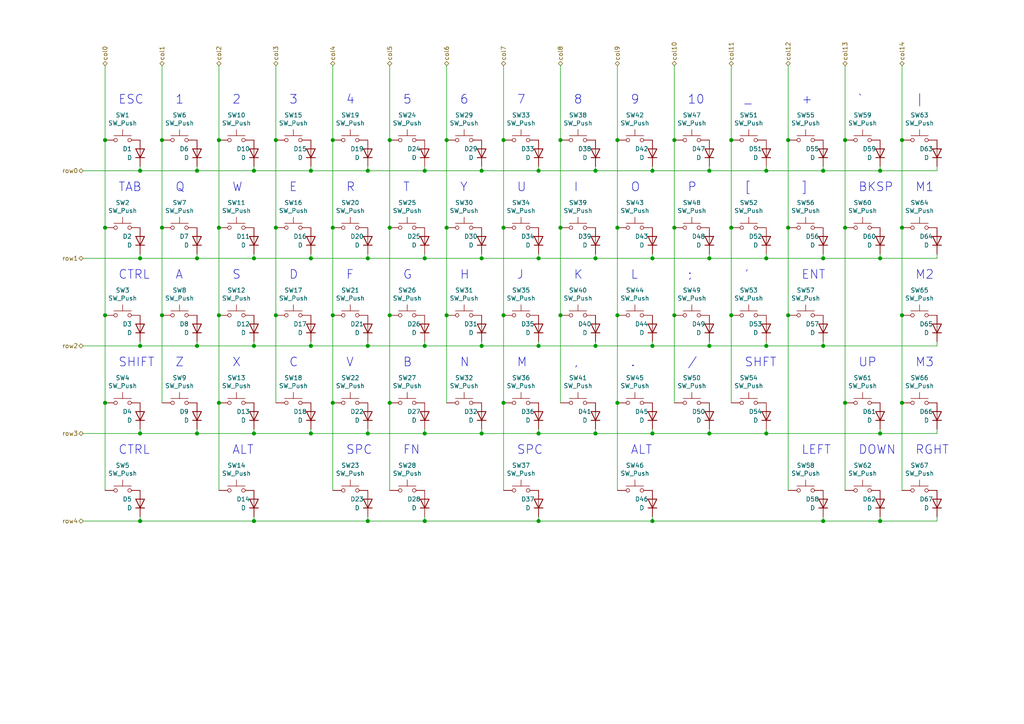
<source format=kicad_sch>
(kicad_sch (version 20201015) (generator eeschema)
  (paper "A4")
  (junction (at 30.48 40.64) (diameter 1.016))
  (junction (at 30.48 66.04) (diameter 1.016))
  (junction (at 30.48 91.44) (diameter 1.016))
  (junction (at 30.48 116.84) (diameter 1.016))
  (junction (at 40.64 49.53) (diameter 1.016))
  (junction (at 40.64 74.93) (diameter 1.016))
  (junction (at 40.64 100.33) (diameter 1.016))
  (junction (at 40.64 125.73) (diameter 1.016))
  (junction (at 40.64 151.13) (diameter 1.016))
  (junction (at 46.99 40.64) (diameter 1.016))
  (junction (at 46.99 66.04) (diameter 1.016))
  (junction (at 46.99 91.44) (diameter 1.016))
  (junction (at 57.15 49.53) (diameter 1.016))
  (junction (at 57.15 74.93) (diameter 1.016))
  (junction (at 57.15 100.33) (diameter 1.016))
  (junction (at 57.15 125.73) (diameter 1.016))
  (junction (at 63.5 40.64) (diameter 1.016))
  (junction (at 63.5 66.04) (diameter 1.016))
  (junction (at 63.5 91.44) (diameter 1.016))
  (junction (at 63.5 116.84) (diameter 1.016))
  (junction (at 73.66 49.53) (diameter 1.016))
  (junction (at 73.66 74.93) (diameter 1.016))
  (junction (at 73.66 100.33) (diameter 1.016))
  (junction (at 73.66 125.73) (diameter 1.016))
  (junction (at 73.66 151.13) (diameter 1.016))
  (junction (at 80.01 40.64) (diameter 1.016))
  (junction (at 80.01 66.04) (diameter 1.016))
  (junction (at 80.01 91.44) (diameter 1.016))
  (junction (at 90.17 49.53) (diameter 1.016))
  (junction (at 90.17 74.93) (diameter 1.016))
  (junction (at 90.17 100.33) (diameter 1.016))
  (junction (at 90.17 125.73) (diameter 1.016))
  (junction (at 96.52 40.64) (diameter 1.016))
  (junction (at 96.52 66.04) (diameter 1.016))
  (junction (at 96.52 91.44) (diameter 1.016))
  (junction (at 96.52 116.84) (diameter 1.016))
  (junction (at 106.68 49.53) (diameter 1.016))
  (junction (at 106.68 74.93) (diameter 1.016))
  (junction (at 106.68 100.33) (diameter 1.016))
  (junction (at 106.68 125.73) (diameter 1.016))
  (junction (at 106.68 151.13) (diameter 1.016))
  (junction (at 113.03 40.64) (diameter 1.016))
  (junction (at 113.03 66.04) (diameter 1.016))
  (junction (at 113.03 91.44) (diameter 1.016))
  (junction (at 113.03 116.84) (diameter 1.016))
  (junction (at 123.19 49.53) (diameter 1.016))
  (junction (at 123.19 74.93) (diameter 1.016))
  (junction (at 123.19 100.33) (diameter 1.016))
  (junction (at 123.19 125.73) (diameter 1.016))
  (junction (at 123.19 151.13) (diameter 1.016))
  (junction (at 129.54 40.64) (diameter 1.016))
  (junction (at 129.54 66.04) (diameter 1.016))
  (junction (at 129.54 91.44) (diameter 1.016))
  (junction (at 139.7 49.53) (diameter 1.016))
  (junction (at 139.7 74.93) (diameter 1.016))
  (junction (at 139.7 100.33) (diameter 1.016))
  (junction (at 139.7 125.73) (diameter 1.016))
  (junction (at 146.05 40.64) (diameter 1.016))
  (junction (at 146.05 66.04) (diameter 1.016))
  (junction (at 146.05 91.44) (diameter 1.016))
  (junction (at 146.05 116.84) (diameter 1.016))
  (junction (at 156.21 49.53) (diameter 1.016))
  (junction (at 156.21 74.93) (diameter 1.016))
  (junction (at 156.21 100.33) (diameter 1.016))
  (junction (at 156.21 125.73) (diameter 1.016))
  (junction (at 156.21 151.13) (diameter 1.016))
  (junction (at 162.56 40.64) (diameter 1.016))
  (junction (at 162.56 66.04) (diameter 1.016))
  (junction (at 162.56 91.44) (diameter 1.016))
  (junction (at 172.72 49.53) (diameter 1.016))
  (junction (at 172.72 74.93) (diameter 1.016))
  (junction (at 172.72 100.33) (diameter 1.016))
  (junction (at 172.72 125.73) (diameter 1.016))
  (junction (at 179.07 40.64) (diameter 1.016))
  (junction (at 179.07 66.04) (diameter 1.016))
  (junction (at 179.07 91.44) (diameter 1.016))
  (junction (at 179.07 116.84) (diameter 1.016))
  (junction (at 189.23 49.53) (diameter 1.016))
  (junction (at 189.23 74.93) (diameter 1.016))
  (junction (at 189.23 100.33) (diameter 1.016))
  (junction (at 189.23 125.73) (diameter 1.016))
  (junction (at 189.23 151.13) (diameter 1.016))
  (junction (at 195.58 40.64) (diameter 1.016))
  (junction (at 195.58 66.04) (diameter 1.016))
  (junction (at 195.58 91.44) (diameter 1.016))
  (junction (at 205.74 49.53) (diameter 1.016))
  (junction (at 205.74 74.93) (diameter 1.016))
  (junction (at 205.74 100.33) (diameter 1.016))
  (junction (at 205.74 125.73) (diameter 1.016))
  (junction (at 212.09 40.64) (diameter 1.016))
  (junction (at 212.09 66.04) (diameter 1.016))
  (junction (at 212.09 91.44) (diameter 1.016))
  (junction (at 222.25 49.53) (diameter 1.016))
  (junction (at 222.25 74.93) (diameter 1.016))
  (junction (at 222.25 100.33) (diameter 1.016))
  (junction (at 222.25 125.73) (diameter 1.016))
  (junction (at 228.6 40.64) (diameter 1.016))
  (junction (at 228.6 66.04) (diameter 1.016))
  (junction (at 228.6 91.44) (diameter 1.016))
  (junction (at 238.76 49.53) (diameter 1.016))
  (junction (at 238.76 74.93) (diameter 1.016))
  (junction (at 238.76 100.33) (diameter 1.016))
  (junction (at 238.76 151.13) (diameter 1.016))
  (junction (at 245.11 40.64) (diameter 1.016))
  (junction (at 245.11 66.04) (diameter 1.016))
  (junction (at 245.11 116.84) (diameter 1.016))
  (junction (at 255.27 49.53) (diameter 1.016))
  (junction (at 255.27 74.93) (diameter 1.016))
  (junction (at 255.27 125.73) (diameter 1.016))
  (junction (at 255.27 151.13) (diameter 1.016))
  (junction (at 261.62 40.64) (diameter 1.016))
  (junction (at 261.62 66.04) (diameter 1.016))
  (junction (at 261.62 91.44) (diameter 1.016))
  (junction (at 261.62 116.84) (diameter 1.016))
  (wire (pts (xy 24.13 49.53) (xy 40.64 49.53)))
  (wire (pts (xy 24.13 74.93) (xy 40.64 74.93)))
  (wire (pts (xy 24.13 100.33) (xy 40.64 100.33)))
  (wire (pts (xy 24.13 125.73) (xy 40.64 125.73)))
  (wire (pts (xy 24.13 151.13) (xy 40.64 151.13)))
  (wire (pts (xy 30.48 19.05) (xy 30.48 40.64)))
  (wire (pts (xy 30.48 40.64) (xy 30.48 66.04)))
  (wire (pts (xy 30.48 66.04) (xy 30.48 91.44)))
  (wire (pts (xy 30.48 91.44) (xy 30.48 116.84)))
  (wire (pts (xy 30.48 116.84) (xy 30.48 142.24)))
  (wire (pts (xy 40.64 48.26) (xy 40.64 49.53)))
  (wire (pts (xy 40.64 49.53) (xy 57.15 49.53)))
  (wire (pts (xy 40.64 73.66) (xy 40.64 74.93)))
  (wire (pts (xy 40.64 74.93) (xy 57.15 74.93)))
  (wire (pts (xy 40.64 99.06) (xy 40.64 100.33)))
  (wire (pts (xy 40.64 100.33) (xy 57.15 100.33)))
  (wire (pts (xy 40.64 124.46) (xy 40.64 125.73)))
  (wire (pts (xy 40.64 125.73) (xy 57.15 125.73)))
  (wire (pts (xy 40.64 149.86) (xy 40.64 151.13)))
  (wire (pts (xy 40.64 151.13) (xy 73.66 151.13)))
  (wire (pts (xy 46.99 19.05) (xy 46.99 40.64)))
  (wire (pts (xy 46.99 40.64) (xy 46.99 66.04)))
  (wire (pts (xy 46.99 66.04) (xy 46.99 91.44)))
  (wire (pts (xy 46.99 91.44) (xy 46.99 116.84)))
  (wire (pts (xy 57.15 48.26) (xy 57.15 49.53)))
  (wire (pts (xy 57.15 49.53) (xy 73.66 49.53)))
  (wire (pts (xy 57.15 73.66) (xy 57.15 74.93)))
  (wire (pts (xy 57.15 74.93) (xy 73.66 74.93)))
  (wire (pts (xy 57.15 99.06) (xy 57.15 100.33)))
  (wire (pts (xy 57.15 100.33) (xy 73.66 100.33)))
  (wire (pts (xy 57.15 124.46) (xy 57.15 125.73)))
  (wire (pts (xy 57.15 125.73) (xy 73.66 125.73)))
  (wire (pts (xy 63.5 19.05) (xy 63.5 40.64)))
  (wire (pts (xy 63.5 40.64) (xy 63.5 66.04)))
  (wire (pts (xy 63.5 66.04) (xy 63.5 91.44)))
  (wire (pts (xy 63.5 91.44) (xy 63.5 116.84)))
  (wire (pts (xy 63.5 116.84) (xy 63.5 142.24)))
  (wire (pts (xy 73.66 48.26) (xy 73.66 49.53)))
  (wire (pts (xy 73.66 49.53) (xy 90.17 49.53)))
  (wire (pts (xy 73.66 73.66) (xy 73.66 74.93)))
  (wire (pts (xy 73.66 74.93) (xy 90.17 74.93)))
  (wire (pts (xy 73.66 99.06) (xy 73.66 100.33)))
  (wire (pts (xy 73.66 100.33) (xy 90.17 100.33)))
  (wire (pts (xy 73.66 124.46) (xy 73.66 125.73)))
  (wire (pts (xy 73.66 125.73) (xy 90.17 125.73)))
  (wire (pts (xy 73.66 149.86) (xy 73.66 151.13)))
  (wire (pts (xy 73.66 151.13) (xy 106.68 151.13)))
  (wire (pts (xy 80.01 19.05) (xy 80.01 40.64)))
  (wire (pts (xy 80.01 40.64) (xy 80.01 66.04)))
  (wire (pts (xy 80.01 66.04) (xy 80.01 91.44)))
  (wire (pts (xy 80.01 91.44) (xy 80.01 116.84)))
  (wire (pts (xy 90.17 48.26) (xy 90.17 49.53)))
  (wire (pts (xy 90.17 49.53) (xy 106.68 49.53)))
  (wire (pts (xy 90.17 73.66) (xy 90.17 74.93)))
  (wire (pts (xy 90.17 74.93) (xy 106.68 74.93)))
  (wire (pts (xy 90.17 99.06) (xy 90.17 100.33)))
  (wire (pts (xy 90.17 100.33) (xy 106.68 100.33)))
  (wire (pts (xy 90.17 124.46) (xy 90.17 125.73)))
  (wire (pts (xy 90.17 125.73) (xy 106.68 125.73)))
  (wire (pts (xy 96.52 19.05) (xy 96.52 40.64)))
  (wire (pts (xy 96.52 40.64) (xy 96.52 66.04)))
  (wire (pts (xy 96.52 66.04) (xy 96.52 91.44)))
  (wire (pts (xy 96.52 91.44) (xy 96.52 116.84)))
  (wire (pts (xy 96.52 116.84) (xy 96.52 142.24)))
  (wire (pts (xy 106.68 48.26) (xy 106.68 49.53)))
  (wire (pts (xy 106.68 49.53) (xy 123.19 49.53)))
  (wire (pts (xy 106.68 73.66) (xy 106.68 74.93)))
  (wire (pts (xy 106.68 74.93) (xy 123.19 74.93)))
  (wire (pts (xy 106.68 99.06) (xy 106.68 100.33)))
  (wire (pts (xy 106.68 100.33) (xy 123.19 100.33)))
  (wire (pts (xy 106.68 124.46) (xy 106.68 125.73)))
  (wire (pts (xy 106.68 125.73) (xy 123.19 125.73)))
  (wire (pts (xy 106.68 149.86) (xy 106.68 151.13)))
  (wire (pts (xy 106.68 151.13) (xy 123.19 151.13)))
  (wire (pts (xy 113.03 19.05) (xy 113.03 40.64)))
  (wire (pts (xy 113.03 40.64) (xy 113.03 66.04)))
  (wire (pts (xy 113.03 66.04) (xy 113.03 91.44)))
  (wire (pts (xy 113.03 91.44) (xy 113.03 116.84)))
  (wire (pts (xy 113.03 116.84) (xy 113.03 142.24)))
  (wire (pts (xy 123.19 48.26) (xy 123.19 49.53)))
  (wire (pts (xy 123.19 49.53) (xy 139.7 49.53)))
  (wire (pts (xy 123.19 73.66) (xy 123.19 74.93)))
  (wire (pts (xy 123.19 74.93) (xy 139.7 74.93)))
  (wire (pts (xy 123.19 99.06) (xy 123.19 100.33)))
  (wire (pts (xy 123.19 100.33) (xy 139.7 100.33)))
  (wire (pts (xy 123.19 124.46) (xy 123.19 125.73)))
  (wire (pts (xy 123.19 125.73) (xy 139.7 125.73)))
  (wire (pts (xy 123.19 149.86) (xy 123.19 151.13)))
  (wire (pts (xy 123.19 151.13) (xy 156.21 151.13)))
  (wire (pts (xy 129.54 19.05) (xy 129.54 40.64)))
  (wire (pts (xy 129.54 40.64) (xy 129.54 66.04)))
  (wire (pts (xy 129.54 66.04) (xy 129.54 91.44)))
  (wire (pts (xy 129.54 91.44) (xy 129.54 116.84)))
  (wire (pts (xy 139.7 48.26) (xy 139.7 49.53)))
  (wire (pts (xy 139.7 49.53) (xy 156.21 49.53)))
  (wire (pts (xy 139.7 73.66) (xy 139.7 74.93)))
  (wire (pts (xy 139.7 74.93) (xy 156.21 74.93)))
  (wire (pts (xy 139.7 99.06) (xy 139.7 100.33)))
  (wire (pts (xy 139.7 100.33) (xy 156.21 100.33)))
  (wire (pts (xy 139.7 124.46) (xy 139.7 125.73)))
  (wire (pts (xy 139.7 125.73) (xy 156.21 125.73)))
  (wire (pts (xy 146.05 19.05) (xy 146.05 40.64)))
  (wire (pts (xy 146.05 40.64) (xy 146.05 66.04)))
  (wire (pts (xy 146.05 66.04) (xy 146.05 91.44)))
  (wire (pts (xy 146.05 91.44) (xy 146.05 116.84)))
  (wire (pts (xy 146.05 116.84) (xy 146.05 142.24)))
  (wire (pts (xy 156.21 48.26) (xy 156.21 49.53)))
  (wire (pts (xy 156.21 49.53) (xy 172.72 49.53)))
  (wire (pts (xy 156.21 73.66) (xy 156.21 74.93)))
  (wire (pts (xy 156.21 74.93) (xy 172.72 74.93)))
  (wire (pts (xy 156.21 99.06) (xy 156.21 100.33)))
  (wire (pts (xy 156.21 100.33) (xy 172.72 100.33)))
  (wire (pts (xy 156.21 124.46) (xy 156.21 125.73)))
  (wire (pts (xy 156.21 125.73) (xy 172.72 125.73)))
  (wire (pts (xy 156.21 149.86) (xy 156.21 151.13)))
  (wire (pts (xy 156.21 151.13) (xy 189.23 151.13)))
  (wire (pts (xy 162.56 19.05) (xy 162.56 40.64)))
  (wire (pts (xy 162.56 40.64) (xy 162.56 66.04)))
  (wire (pts (xy 162.56 66.04) (xy 162.56 91.44)))
  (wire (pts (xy 162.56 91.44) (xy 162.56 116.84)))
  (wire (pts (xy 172.72 48.26) (xy 172.72 49.53)))
  (wire (pts (xy 172.72 49.53) (xy 189.23 49.53)))
  (wire (pts (xy 172.72 73.66) (xy 172.72 74.93)))
  (wire (pts (xy 172.72 74.93) (xy 189.23 74.93)))
  (wire (pts (xy 172.72 99.06) (xy 172.72 100.33)))
  (wire (pts (xy 172.72 100.33) (xy 189.23 100.33)))
  (wire (pts (xy 172.72 124.46) (xy 172.72 125.73)))
  (wire (pts (xy 172.72 125.73) (xy 189.23 125.73)))
  (wire (pts (xy 179.07 19.05) (xy 179.07 40.64)))
  (wire (pts (xy 179.07 40.64) (xy 179.07 66.04)))
  (wire (pts (xy 179.07 66.04) (xy 179.07 91.44)))
  (wire (pts (xy 179.07 91.44) (xy 179.07 116.84)))
  (wire (pts (xy 179.07 116.84) (xy 179.07 142.24)))
  (wire (pts (xy 189.23 48.26) (xy 189.23 49.53)))
  (wire (pts (xy 189.23 49.53) (xy 205.74 49.53)))
  (wire (pts (xy 189.23 73.66) (xy 189.23 74.93)))
  (wire (pts (xy 189.23 74.93) (xy 205.74 74.93)))
  (wire (pts (xy 189.23 99.06) (xy 189.23 100.33)))
  (wire (pts (xy 189.23 100.33) (xy 205.74 100.33)))
  (wire (pts (xy 189.23 124.46) (xy 189.23 125.73)))
  (wire (pts (xy 189.23 125.73) (xy 205.74 125.73)))
  (wire (pts (xy 189.23 149.86) (xy 189.23 151.13)))
  (wire (pts (xy 189.23 151.13) (xy 238.76 151.13)))
  (wire (pts (xy 195.58 19.05) (xy 195.58 40.64)))
  (wire (pts (xy 195.58 40.64) (xy 195.58 66.04)))
  (wire (pts (xy 195.58 66.04) (xy 195.58 91.44)))
  (wire (pts (xy 195.58 91.44) (xy 195.58 116.84)))
  (wire (pts (xy 205.74 48.26) (xy 205.74 49.53)))
  (wire (pts (xy 205.74 49.53) (xy 222.25 49.53)))
  (wire (pts (xy 205.74 73.66) (xy 205.74 74.93)))
  (wire (pts (xy 205.74 74.93) (xy 222.25 74.93)))
  (wire (pts (xy 205.74 99.06) (xy 205.74 100.33)))
  (wire (pts (xy 205.74 100.33) (xy 222.25 100.33)))
  (wire (pts (xy 205.74 124.46) (xy 205.74 125.73)))
  (wire (pts (xy 205.74 125.73) (xy 222.25 125.73)))
  (wire (pts (xy 212.09 19.05) (xy 212.09 40.64)))
  (wire (pts (xy 212.09 40.64) (xy 212.09 66.04)))
  (wire (pts (xy 212.09 66.04) (xy 212.09 91.44)))
  (wire (pts (xy 212.09 91.44) (xy 212.09 116.84)))
  (wire (pts (xy 222.25 48.26) (xy 222.25 49.53)))
  (wire (pts (xy 222.25 49.53) (xy 238.76 49.53)))
  (wire (pts (xy 222.25 73.66) (xy 222.25 74.93)))
  (wire (pts (xy 222.25 74.93) (xy 238.76 74.93)))
  (wire (pts (xy 222.25 99.06) (xy 222.25 100.33)))
  (wire (pts (xy 222.25 100.33) (xy 238.76 100.33)))
  (wire (pts (xy 222.25 124.46) (xy 222.25 125.73)))
  (wire (pts (xy 222.25 125.73) (xy 255.27 125.73)))
  (wire (pts (xy 228.6 19.05) (xy 228.6 40.64)))
  (wire (pts (xy 228.6 40.64) (xy 228.6 66.04)))
  (wire (pts (xy 228.6 66.04) (xy 228.6 91.44)))
  (wire (pts (xy 228.6 91.44) (xy 228.6 142.24)))
  (wire (pts (xy 238.76 48.26) (xy 238.76 49.53)))
  (wire (pts (xy 238.76 49.53) (xy 255.27 49.53)))
  (wire (pts (xy 238.76 73.66) (xy 238.76 74.93)))
  (wire (pts (xy 238.76 74.93) (xy 255.27 74.93)))
  (wire (pts (xy 238.76 99.06) (xy 238.76 100.33)))
  (wire (pts (xy 238.76 100.33) (xy 271.78 100.33)))
  (wire (pts (xy 238.76 149.86) (xy 238.76 151.13)))
  (wire (pts (xy 238.76 151.13) (xy 255.27 151.13)))
  (wire (pts (xy 245.11 19.05) (xy 245.11 40.64)))
  (wire (pts (xy 245.11 40.64) (xy 245.11 66.04)))
  (wire (pts (xy 245.11 66.04) (xy 245.11 116.84)))
  (wire (pts (xy 245.11 116.84) (xy 245.11 142.24)))
  (wire (pts (xy 255.27 48.26) (xy 255.27 49.53)))
  (wire (pts (xy 255.27 49.53) (xy 271.78 49.53)))
  (wire (pts (xy 255.27 73.66) (xy 255.27 74.93)))
  (wire (pts (xy 255.27 74.93) (xy 271.78 74.93)))
  (wire (pts (xy 255.27 124.46) (xy 255.27 125.73)))
  (wire (pts (xy 255.27 125.73) (xy 271.78 125.73)))
  (wire (pts (xy 255.27 149.86) (xy 255.27 151.13)))
  (wire (pts (xy 255.27 151.13) (xy 271.78 151.13)))
  (wire (pts (xy 261.62 19.05) (xy 261.62 40.64)))
  (wire (pts (xy 261.62 40.64) (xy 261.62 66.04)))
  (wire (pts (xy 261.62 66.04) (xy 261.62 91.44)))
  (wire (pts (xy 261.62 91.44) (xy 261.62 116.84)))
  (wire (pts (xy 261.62 116.84) (xy 261.62 142.24)))
  (wire (pts (xy 271.78 48.26) (xy 271.78 49.53)))
  (wire (pts (xy 271.78 73.66) (xy 271.78 74.93)))
  (wire (pts (xy 271.78 99.06) (xy 271.78 100.33)))
  (wire (pts (xy 271.78 124.46) (xy 271.78 125.73)))
  (wire (pts (xy 271.78 149.86) (xy 271.78 151.13)))
  (text "ESC" (at 34.29 30.48 0) (effects (font (size 2.54 2.54)) (justify left bottom)))
  (text "TAB" (at 34.29 55.88 0) (effects (font (size 2.54 2.54)) (justify left bottom)))
  (text "CTRL" (at 34.29 81.28 0) (effects (font (size 2.54 2.54)) (justify left bottom)))
  (text "SHIFT" (at 34.29 106.68 0) (effects (font (size 2.54 2.54)) (justify left bottom)))
  (text "CTRL" (at 34.29 132.08 0) (effects (font (size 2.54 2.54)) (justify left bottom)))
  (text "1" (at 50.8 30.48 0) (effects (font (size 2.54 2.54)) (justify left bottom)))
  (text "Q" (at 50.8 55.88 0) (effects (font (size 2.54 2.54)) (justify left bottom)))
  (text "A" (at 50.8 81.28 0) (effects (font (size 2.54 2.54)) (justify left bottom)))
  (text "Z" (at 50.8 106.68 0) (effects (font (size 2.54 2.54)) (justify left bottom)))
  (text "2" (at 67.31 30.48 0) (effects (font (size 2.54 2.54)) (justify left bottom)))
  (text "W" (at 67.31 55.88 0) (effects (font (size 2.54 2.54)) (justify left bottom)))
  (text "S" (at 67.31 81.28 0) (effects (font (size 2.54 2.54)) (justify left bottom)))
  (text "X" (at 67.31 106.68 0) (effects (font (size 2.54 2.54)) (justify left bottom)))
  (text "ALT" (at 67.31 132.08 0) (effects (font (size 2.54 2.54)) (justify left bottom)))
  (text "3" (at 83.82 30.48 0) (effects (font (size 2.54 2.54)) (justify left bottom)))
  (text "E" (at 83.82 55.88 0) (effects (font (size 2.54 2.54)) (justify left bottom)))
  (text "D" (at 83.82 81.28 0) (effects (font (size 2.54 2.54)) (justify left bottom)))
  (text "C" (at 83.82 106.68 0) (effects (font (size 2.54 2.54)) (justify left bottom)))
  (text "4" (at 100.33 30.48 0) (effects (font (size 2.54 2.54)) (justify left bottom)))
  (text "R" (at 100.33 55.88 0) (effects (font (size 2.54 2.54)) (justify left bottom)))
  (text "F" (at 100.33 81.28 0) (effects (font (size 2.54 2.54)) (justify left bottom)))
  (text "V" (at 100.33 106.68 0) (effects (font (size 2.54 2.54)) (justify left bottom)))
  (text "SPC" (at 100.33 132.08 0) (effects (font (size 2.54 2.54)) (justify left bottom)))
  (text "5" (at 116.84 30.48 0) (effects (font (size 2.54 2.54)) (justify left bottom)))
  (text "T" (at 116.84 55.88 0) (effects (font (size 2.54 2.54)) (justify left bottom)))
  (text "G" (at 116.84 81.28 0) (effects (font (size 2.54 2.54)) (justify left bottom)))
  (text "B" (at 116.84 106.68 0) (effects (font (size 2.54 2.54)) (justify left bottom)))
  (text "FN" (at 116.84 132.08 0) (effects (font (size 2.54 2.54)) (justify left bottom)))
  (text "6" (at 133.35 30.48 0) (effects (font (size 2.54 2.54)) (justify left bottom)))
  (text "Y" (at 133.35 55.88 0) (effects (font (size 2.54 2.54)) (justify left bottom)))
  (text "H" (at 133.35 81.28 0) (effects (font (size 2.54 2.54)) (justify left bottom)))
  (text "N" (at 133.35 106.68 0) (effects (font (size 2.54 2.54)) (justify left bottom)))
  (text "7" (at 149.86 30.48 0) (effects (font (size 2.54 2.54)) (justify left bottom)))
  (text "U" (at 149.86 55.88 0) (effects (font (size 2.54 2.54)) (justify left bottom)))
  (text "J" (at 149.86 81.28 0) (effects (font (size 2.54 2.54)) (justify left bottom)))
  (text "M" (at 149.86 106.68 0) (effects (font (size 2.54 2.54)) (justify left bottom)))
  (text "SPC" (at 149.86 132.08 0) (effects (font (size 2.54 2.54)) (justify left bottom)))
  (text "8" (at 166.37 30.48 0) (effects (font (size 2.54 2.54)) (justify left bottom)))
  (text "I" (at 166.37 55.88 0) (effects (font (size 2.54 2.54)) (justify left bottom)))
  (text "K" (at 166.37 81.28 0) (effects (font (size 2.54 2.54)) (justify left bottom)))
  (text "," (at 166.37 106.68 0) (effects (font (size 2.54 2.54)) (justify left bottom)))
  (text "9" (at 182.88 30.48 0) (effects (font (size 2.54 2.54)) (justify left bottom)))
  (text "O" (at 182.88 55.88 0) (effects (font (size 2.54 2.54)) (justify left bottom)))
  (text "L" (at 182.88 81.28 0) (effects (font (size 2.54 2.54)) (justify left bottom)))
  (text ".\n" (at 182.88 106.68 0) (effects (font (size 2.54 2.54)) (justify left bottom)))
  (text "ALT" (at 182.88 132.08 0) (effects (font (size 2.54 2.54)) (justify left bottom)))
  (text "10" (at 199.39 30.48 0) (effects (font (size 2.54 2.54)) (justify left bottom)))
  (text "P" (at 199.39 55.88 0) (effects (font (size 2.54 2.54)) (justify left bottom)))
  (text ";" (at 199.39 81.28 0) (effects (font (size 2.54 2.54)) (justify left bottom)))
  (text "/" (at 199.39 106.68 0) (effects (font (size 2.54 2.54)) (justify left bottom)))
  (text "_" (at 215.9 30.48 0) (effects (font (size 2.54 2.54)) (justify left bottom)))
  (text "[" (at 215.9 55.88 0) (effects (font (size 2.54 2.54)) (justify left bottom)))
  (text "'" (at 215.9 81.28 0) (effects (font (size 2.54 2.54)) (justify left bottom)))
  (text "SHFT" (at 215.9 106.68 0) (effects (font (size 2.54 2.54)) (justify left bottom)))
  (text "+" (at 232.41 30.48 0) (effects (font (size 2.54 2.54)) (justify left bottom)))
  (text "]" (at 232.41 55.88 0) (effects (font (size 2.54 2.54)) (justify left bottom)))
  (text "ENT" (at 232.41 81.28 0) (effects (font (size 2.54 2.54)) (justify left bottom)))
  (text "LEFT" (at 232.41 132.08 0) (effects (font (size 2.54 2.54)) (justify left bottom)))
  (text "`" (at 248.92 30.48 0) (effects (font (size 2.54 2.54)) (justify left bottom)))
  (text "BKSP" (at 248.92 55.88 0) (effects (font (size 2.54 2.54)) (justify left bottom)))
  (text "UP" (at 248.92 106.68 0) (effects (font (size 2.54 2.54)) (justify left bottom)))
  (text "DOWN" (at 248.92 132.08 0) (effects (font (size 2.54 2.54)) (justify left bottom)))
  (text "|" (at 265.43 30.48 0) (effects (font (size 2.54 2.54)) (justify left bottom)))
  (text "M1" (at 265.43 55.88 0) (effects (font (size 2.54 2.54)) (justify left bottom)))
  (text "M2" (at 265.43 81.28 0) (effects (font (size 2.54 2.54)) (justify left bottom)))
  (text "M3" (at 265.43 106.68 0) (effects (font (size 2.54 2.54)) (justify left bottom)))
  (text "RGHT\n" (at 265.43 132.08 0) (effects (font (size 2.54 2.54)) (justify left bottom)))
  (hierarchical_label "row0" (shape tri_state) (at 24.13 49.53 180))
  (hierarchical_label "row1" (shape tri_state) (at 24.13 74.93 180))
  (hierarchical_label "row2" (shape tri_state) (at 24.13 100.33 180))
  (hierarchical_label "row3" (shape tri_state) (at 24.13 125.73 180))
  (hierarchical_label "row4" (shape tri_state) (at 24.13 151.13 180))
  (hierarchical_label "col0" (shape tri_state) (at 30.48 19.05 90))
  (hierarchical_label "col1" (shape tri_state) (at 46.99 19.05 90))
  (hierarchical_label "col2" (shape tri_state) (at 63.5 19.05 90))
  (hierarchical_label "col3" (shape tri_state) (at 80.01 19.05 90))
  (hierarchical_label "col4" (shape tri_state) (at 96.52 19.05 90))
  (hierarchical_label "col5" (shape tri_state) (at 113.03 19.05 90))
  (hierarchical_label "col6" (shape tri_state) (at 129.54 19.05 90))
  (hierarchical_label "col7" (shape tri_state) (at 146.05 19.05 90))
  (hierarchical_label "col8" (shape tri_state) (at 162.56 19.05 90))
  (hierarchical_label "col9" (shape tri_state) (at 179.07 19.05 90))
  (hierarchical_label "col10" (shape tri_state) (at 195.58 19.05 90))
  (hierarchical_label "col11" (shape tri_state) (at 212.09 19.05 90))
  (hierarchical_label "col12" (shape tri_state) (at 228.6 19.05 90))
  (hierarchical_label "col13" (shape tri_state) (at 245.11 19.05 90))
  (hierarchical_label "col14" (shape tri_state) (at 261.62 19.05 90))
  (symbol (lib_id "Device:D") (at 40.64 44.45 90) (unit 1)
    (property "Reference" "D1" (at 35.56 43.18 90) (effects (justify right)))
    (property "Value" "D" (at 36.83 45.72 90) (effects (justify right)))
    (property "Footprint" "Diodes_SMD:D_SOD-123" (effects hide))
  )
  (symbol (lib_id "Device:D") (at 40.64 69.85 90) (unit 1)
    (property "Reference" "D2" (at 35.56 68.58 90) (effects (justify right)))
    (property "Value" "D" (at 36.83 71.12 90) (effects (justify right)))
    (property "Footprint" "Diodes_SMD:D_SOD-123" (effects hide))
  )
  (symbol (lib_id "Device:D") (at 40.64 95.25 90) (unit 1)
    (property "Reference" "D3" (at 35.56 93.98 90) (effects (justify right)))
    (property "Value" "D" (at 36.83 96.52 90) (effects (justify right)))
    (property "Footprint" "Diodes_SMD:D_SOD-123" (effects hide))
  )
  (symbol (lib_id "Device:D") (at 40.64 120.65 90) (unit 1)
    (property "Reference" "D4" (at 35.56 119.38 90) (effects (justify right)))
    (property "Value" "D" (at 36.83 121.92 90) (effects (justify right)))
    (property "Footprint" "Diodes_SMD:D_SOD-123" (effects hide))
  )
  (symbol (lib_id "Device:D") (at 40.64 146.05 90) (unit 1)
    (property "Reference" "D5" (at 35.56 144.78 90) (effects (justify right)))
    (property "Value" "D" (at 36.83 147.32 90) (effects (justify right)))
    (property "Footprint" "Diodes_SMD:D_SOD-123" (effects hide))
  )
  (symbol (lib_id "Device:D") (at 57.15 44.45 90) (unit 1)
    (property "Reference" "D6" (at 52.07 43.18 90) (effects (justify right)))
    (property "Value" "D" (at 53.34 45.72 90) (effects (justify right)))
    (property "Footprint" "Diodes_SMD:D_SOD-123" (effects hide))
  )
  (symbol (lib_id "Device:D") (at 57.15 69.85 90) (unit 1)
    (property "Reference" "D7" (at 52.07 68.58 90) (effects (justify right)))
    (property "Value" "D" (at 53.34 71.12 90) (effects (justify right)))
    (property "Footprint" "Diodes_SMD:D_SOD-123" (effects hide))
  )
  (symbol (lib_id "Device:D") (at 57.15 95.25 90) (unit 1)
    (property "Reference" "D8" (at 52.07 93.98 90) (effects (justify right)))
    (property "Value" "D" (at 53.34 96.52 90) (effects (justify right)))
    (property "Footprint" "Diodes_SMD:D_SOD-123" (effects hide))
  )
  (symbol (lib_id "Device:D") (at 57.15 120.65 90) (unit 1)
    (property "Reference" "D9" (at 52.07 119.38 90) (effects (justify right)))
    (property "Value" "D" (at 53.34 121.92 90) (effects (justify right)))
    (property "Footprint" "Diodes_SMD:D_SOD-123" (effects hide))
  )
  (symbol (lib_id "Device:D") (at 73.66 44.45 90) (unit 1)
    (property "Reference" "D10" (at 68.58 43.18 90) (effects (justify right)))
    (property "Value" "D" (at 69.85 45.72 90) (effects (justify right)))
    (property "Footprint" "Diodes_SMD:D_SOD-123" (effects hide))
  )
  (symbol (lib_id "Device:D") (at 73.66 69.85 90) (unit 1)
    (property "Reference" "D11" (at 68.58 68.58 90) (effects (justify right)))
    (property "Value" "D" (at 69.85 71.12 90) (effects (justify right)))
    (property "Footprint" "Diodes_SMD:D_SOD-123" (effects hide))
  )
  (symbol (lib_id "Device:D") (at 73.66 95.25 90) (unit 1)
    (property "Reference" "D12" (at 68.58 93.98 90) (effects (justify right)))
    (property "Value" "D" (at 69.85 96.52 90) (effects (justify right)))
    (property "Footprint" "Diodes_SMD:D_SOD-123" (effects hide))
  )
  (symbol (lib_id "Device:D") (at 73.66 120.65 90) (unit 1)
    (property "Reference" "D13" (at 68.58 119.38 90) (effects (justify right)))
    (property "Value" "D" (at 69.85 121.92 90) (effects (justify right)))
    (property "Footprint" "Diodes_SMD:D_SOD-123" (effects hide))
  )
  (symbol (lib_id "Device:D") (at 73.66 146.05 90) (unit 1)
    (property "Reference" "D14" (at 68.58 144.78 90) (effects (justify right)))
    (property "Value" "D" (at 69.85 147.32 90) (effects (justify right)))
    (property "Footprint" "Diodes_SMD:D_SOD-123" (effects hide))
  )
  (symbol (lib_id "Device:D") (at 90.17 44.45 90) (unit 1)
    (property "Reference" "D15" (at 85.09 43.18 90) (effects (justify right)))
    (property "Value" "D" (at 86.36 45.72 90) (effects (justify right)))
    (property "Footprint" "Diodes_SMD:D_SOD-123" (effects hide))
  )
  (symbol (lib_id "Device:D") (at 90.17 69.85 90) (unit 1)
    (property "Reference" "D16" (at 85.09 68.58 90) (effects (justify right)))
    (property "Value" "D" (at 86.36 71.12 90) (effects (justify right)))
    (property "Footprint" "Diodes_SMD:D_SOD-123" (effects hide))
  )
  (symbol (lib_id "Device:D") (at 90.17 95.25 90) (unit 1)
    (property "Reference" "D17" (at 85.09 93.98 90) (effects (justify right)))
    (property "Value" "D" (at 86.36 96.52 90) (effects (justify right)))
    (property "Footprint" "Diodes_SMD:D_SOD-123" (effects hide))
  )
  (symbol (lib_id "Device:D") (at 90.17 120.65 90) (unit 1)
    (property "Reference" "D18" (at 85.09 119.38 90) (effects (justify right)))
    (property "Value" "D" (at 86.36 121.92 90) (effects (justify right)))
    (property "Footprint" "Diodes_SMD:D_SOD-123" (effects hide))
  )
  (symbol (lib_id "Device:D") (at 106.68 44.45 90) (unit 1)
    (property "Reference" "D19" (at 101.6 43.18 90) (effects (justify right)))
    (property "Value" "D" (at 102.87 45.72 90) (effects (justify right)))
    (property "Footprint" "Diodes_SMD:D_SOD-123" (effects hide))
  )
  (symbol (lib_id "Device:D") (at 106.68 69.85 90) (unit 1)
    (property "Reference" "D20" (at 101.6 68.58 90) (effects (justify right)))
    (property "Value" "D" (at 102.87 71.12 90) (effects (justify right)))
    (property "Footprint" "Diodes_SMD:D_SOD-123" (effects hide))
  )
  (symbol (lib_id "Device:D") (at 106.68 95.25 90) (unit 1)
    (property "Reference" "D21" (at 101.6 93.98 90) (effects (justify right)))
    (property "Value" "D" (at 102.87 96.52 90) (effects (justify right)))
    (property "Footprint" "Diodes_SMD:D_SOD-123" (effects hide))
  )
  (symbol (lib_id "Device:D") (at 106.68 120.65 90) (unit 1)
    (property "Reference" "D22" (at 101.6 119.38 90) (effects (justify right)))
    (property "Value" "D" (at 102.87 121.92 90) (effects (justify right)))
    (property "Footprint" "Diodes_SMD:D_SOD-123" (effects hide))
  )
  (symbol (lib_id "Device:D") (at 106.68 146.05 90) (unit 1)
    (property "Reference" "D23" (at 101.6 144.78 90) (effects (justify right)))
    (property "Value" "D" (at 102.87 147.32 90) (effects (justify right)))
    (property "Footprint" "Diodes_SMD:D_SOD-123" (effects hide))
  )
  (symbol (lib_id "Device:D") (at 123.19 44.45 90) (unit 1)
    (property "Reference" "D24" (at 118.11 43.18 90) (effects (justify right)))
    (property "Value" "D" (at 119.38 45.72 90) (effects (justify right)))
    (property "Footprint" "Diodes_SMD:D_SOD-123" (effects hide))
  )
  (symbol (lib_id "Device:D") (at 123.19 69.85 90) (unit 1)
    (property "Reference" "D25" (at 118.11 68.58 90) (effects (justify right)))
    (property "Value" "D" (at 119.38 71.12 90) (effects (justify right)))
    (property "Footprint" "Diodes_SMD:D_SOD-123" (effects hide))
  )
  (symbol (lib_id "Device:D") (at 123.19 95.25 90) (unit 1)
    (property "Reference" "D26" (at 118.11 93.98 90) (effects (justify right)))
    (property "Value" "D" (at 119.38 96.52 90) (effects (justify right)))
    (property "Footprint" "Diodes_SMD:D_SOD-123" (effects hide))
  )
  (symbol (lib_id "Device:D") (at 123.19 120.65 90) (unit 1)
    (property "Reference" "D27" (at 118.11 119.38 90) (effects (justify right)))
    (property "Value" "D" (at 119.38 121.92 90) (effects (justify right)))
    (property "Footprint" "Diodes_SMD:D_SOD-123" (effects hide))
  )
  (symbol (lib_id "Device:D") (at 123.19 146.05 90) (unit 1)
    (property "Reference" "D28" (at 118.11 144.78 90) (effects (justify right)))
    (property "Value" "D" (at 119.38 147.32 90) (effects (justify right)))
    (property "Footprint" "Diodes_SMD:D_SOD-123" (effects hide))
  )
  (symbol (lib_id "Device:D") (at 139.7 44.45 90) (unit 1)
    (property "Reference" "D29" (at 134.62 43.18 90) (effects (justify right)))
    (property "Value" "D" (at 135.89 45.72 90) (effects (justify right)))
    (property "Footprint" "Diodes_SMD:D_SOD-123" (effects hide))
  )
  (symbol (lib_id "Device:D") (at 139.7 69.85 90) (unit 1)
    (property "Reference" "D30" (at 134.62 68.58 90) (effects (justify right)))
    (property "Value" "D" (at 135.89 71.12 90) (effects (justify right)))
    (property "Footprint" "Diodes_SMD:D_SOD-123" (effects hide))
  )
  (symbol (lib_id "Device:D") (at 139.7 95.25 90) (unit 1)
    (property "Reference" "D31" (at 134.62 93.98 90) (effects (justify right)))
    (property "Value" "D" (at 135.89 96.52 90) (effects (justify right)))
    (property "Footprint" "Diodes_SMD:D_SOD-123" (effects hide))
  )
  (symbol (lib_id "Device:D") (at 139.7 120.65 90) (unit 1)
    (property "Reference" "D32" (at 134.62 119.38 90) (effects (justify right)))
    (property "Value" "D" (at 135.89 121.92 90) (effects (justify right)))
    (property "Footprint" "Diodes_SMD:D_SOD-123" (effects hide))
  )
  (symbol (lib_id "Device:D") (at 156.21 44.45 90) (unit 1)
    (property "Reference" "D33" (at 151.13 43.18 90) (effects (justify right)))
    (property "Value" "D" (at 152.4 45.72 90) (effects (justify right)))
    (property "Footprint" "Diodes_SMD:D_SOD-123" (effects hide))
  )
  (symbol (lib_id "Device:D") (at 156.21 69.85 90) (unit 1)
    (property "Reference" "D34" (at 151.13 68.58 90) (effects (justify right)))
    (property "Value" "D" (at 152.4 71.12 90) (effects (justify right)))
    (property "Footprint" "Diodes_SMD:D_SOD-123" (effects hide))
  )
  (symbol (lib_id "Device:D") (at 156.21 95.25 90) (unit 1)
    (property "Reference" "D35" (at 151.13 93.98 90) (effects (justify right)))
    (property "Value" "D" (at 152.4 96.52 90) (effects (justify right)))
    (property "Footprint" "Diodes_SMD:D_SOD-123" (effects hide))
  )
  (symbol (lib_id "Device:D") (at 156.21 120.65 90) (unit 1)
    (property "Reference" "D36" (at 151.13 119.38 90) (effects (justify right)))
    (property "Value" "D" (at 152.4 121.92 90) (effects (justify right)))
    (property "Footprint" "Diodes_SMD:D_SOD-123" (effects hide))
  )
  (symbol (lib_id "Device:D") (at 156.21 146.05 90) (unit 1)
    (property "Reference" "D37" (at 151.13 144.78 90) (effects (justify right)))
    (property "Value" "D" (at 152.4 147.32 90) (effects (justify right)))
    (property "Footprint" "Diodes_SMD:D_SOD-123" (effects hide))
  )
  (symbol (lib_id "Device:D") (at 172.72 44.45 90) (unit 1)
    (property "Reference" "D38" (at 167.64 43.18 90) (effects (justify right)))
    (property "Value" "D" (at 168.91 45.72 90) (effects (justify right)))
    (property "Footprint" "Diodes_SMD:D_SOD-123" (effects hide))
  )
  (symbol (lib_id "Device:D") (at 172.72 69.85 90) (unit 1)
    (property "Reference" "D39" (at 167.64 68.58 90) (effects (justify right)))
    (property "Value" "D" (at 168.91 71.12 90) (effects (justify right)))
    (property "Footprint" "Diodes_SMD:D_SOD-123" (effects hide))
  )
  (symbol (lib_id "Device:D") (at 172.72 95.25 90) (unit 1)
    (property "Reference" "D40" (at 167.64 93.98 90) (effects (justify right)))
    (property "Value" "D" (at 168.91 96.52 90) (effects (justify right)))
    (property "Footprint" "Diodes_SMD:D_SOD-123" (effects hide))
  )
  (symbol (lib_id "Device:D") (at 172.72 120.65 90) (unit 1)
    (property "Reference" "D41" (at 167.64 119.38 90) (effects (justify right)))
    (property "Value" "D" (at 168.91 121.92 90) (effects (justify right)))
    (property "Footprint" "Diodes_SMD:D_SOD-123" (effects hide))
  )
  (symbol (lib_id "Device:D") (at 189.23 44.45 90) (unit 1)
    (property "Reference" "D42" (at 184.15 43.18 90) (effects (justify right)))
    (property "Value" "D" (at 185.42 45.72 90) (effects (justify right)))
    (property "Footprint" "Diodes_SMD:D_SOD-123" (effects hide))
  )
  (symbol (lib_id "Device:D") (at 189.23 69.85 90) (unit 1)
    (property "Reference" "D43" (at 184.15 68.58 90) (effects (justify right)))
    (property "Value" "D" (at 185.42 71.12 90) (effects (justify right)))
    (property "Footprint" "Diodes_SMD:D_SOD-123" (effects hide))
  )
  (symbol (lib_id "Device:D") (at 189.23 95.25 90) (unit 1)
    (property "Reference" "D44" (at 184.15 93.98 90) (effects (justify right)))
    (property "Value" "D" (at 185.42 96.52 90) (effects (justify right)))
    (property "Footprint" "Diodes_SMD:D_SOD-123" (effects hide))
  )
  (symbol (lib_id "Device:D") (at 189.23 120.65 90) (unit 1)
    (property "Reference" "D45" (at 184.15 119.38 90) (effects (justify right)))
    (property "Value" "D" (at 185.42 121.92 90) (effects (justify right)))
    (property "Footprint" "Diodes_SMD:D_SOD-123" (effects hide))
  )
  (symbol (lib_id "Device:D") (at 189.23 146.05 90) (unit 1)
    (property "Reference" "D46" (at 184.15 144.78 90) (effects (justify right)))
    (property "Value" "D" (at 185.42 147.32 90) (effects (justify right)))
    (property "Footprint" "Diodes_SMD:D_SOD-123" (effects hide))
  )
  (symbol (lib_id "Device:D") (at 205.74 44.45 90) (unit 1)
    (property "Reference" "D47" (at 200.66 43.18 90) (effects (justify right)))
    (property "Value" "D" (at 201.93 45.72 90) (effects (justify right)))
    (property "Footprint" "Diodes_SMD:D_SOD-123" (effects hide))
  )
  (symbol (lib_id "Device:D") (at 205.74 69.85 90) (unit 1)
    (property "Reference" "D48" (at 200.66 68.58 90) (effects (justify right)))
    (property "Value" "D" (at 201.93 71.12 90) (effects (justify right)))
    (property "Footprint" "Diodes_SMD:D_SOD-123" (effects hide))
  )
  (symbol (lib_id "Device:D") (at 205.74 95.25 90) (unit 1)
    (property "Reference" "D49" (at 200.66 93.98 90) (effects (justify right)))
    (property "Value" "D" (at 201.93 96.52 90) (effects (justify right)))
    (property "Footprint" "Diodes_SMD:D_SOD-123" (effects hide))
  )
  (symbol (lib_id "Device:D") (at 205.74 120.65 90) (unit 1)
    (property "Reference" "D50" (at 200.66 119.38 90) (effects (justify right)))
    (property "Value" "D" (at 201.93 121.92 90) (effects (justify right)))
    (property "Footprint" "Diodes_SMD:D_SOD-123" (effects hide))
  )
  (symbol (lib_id "Device:D") (at 222.25 44.45 90) (unit 1)
    (property "Reference" "D51" (at 217.17 43.18 90) (effects (justify right)))
    (property "Value" "D" (at 218.44 45.72 90) (effects (justify right)))
    (property "Footprint" "Diodes_SMD:D_SOD-123" (effects hide))
  )
  (symbol (lib_id "Device:D") (at 222.25 69.85 90) (unit 1)
    (property "Reference" "D52" (at 217.17 68.58 90) (effects (justify right)))
    (property "Value" "D" (at 218.44 71.12 90) (effects (justify right)))
    (property "Footprint" "Diodes_SMD:D_SOD-123" (effects hide))
  )
  (symbol (lib_id "Device:D") (at 222.25 95.25 90) (unit 1)
    (property "Reference" "D53" (at 217.17 93.98 90) (effects (justify right)))
    (property "Value" "D" (at 218.44 96.52 90) (effects (justify right)))
    (property "Footprint" "Diodes_SMD:D_SOD-123" (effects hide))
  )
  (symbol (lib_id "Device:D") (at 222.25 120.65 90) (unit 1)
    (property "Reference" "D54" (at 217.17 119.38 90) (effects (justify right)))
    (property "Value" "D" (at 218.44 121.92 90) (effects (justify right)))
    (property "Footprint" "Diodes_SMD:D_SOD-123" (effects hide))
  )
  (symbol (lib_id "Device:D") (at 238.76 44.45 90) (unit 1)
    (property "Reference" "D55" (at 233.68 43.18 90) (effects (justify right)))
    (property "Value" "D" (at 234.95 45.72 90) (effects (justify right)))
    (property "Footprint" "Diodes_SMD:D_SOD-123" (effects hide))
  )
  (symbol (lib_id "Device:D") (at 238.76 69.85 90) (unit 1)
    (property "Reference" "D56" (at 233.68 68.58 90) (effects (justify right)))
    (property "Value" "D" (at 234.95 71.12 90) (effects (justify right)))
    (property "Footprint" "Diodes_SMD:D_SOD-123" (effects hide))
  )
  (symbol (lib_id "Device:D") (at 238.76 95.25 90) (unit 1)
    (property "Reference" "D57" (at 233.68 93.98 90) (effects (justify right)))
    (property "Value" "D" (at 234.95 96.52 90) (effects (justify right)))
    (property "Footprint" "Diodes_SMD:D_SOD-123" (effects hide))
  )
  (symbol (lib_id "Device:D") (at 238.76 146.05 90) (unit 1)
    (property "Reference" "D58" (at 233.68 144.78 90) (effects (justify right)))
    (property "Value" "D" (at 234.95 147.32 90) (effects (justify right)))
    (property "Footprint" "Diodes_SMD:D_SOD-123" (effects hide))
  )
  (symbol (lib_id "Device:D") (at 255.27 44.45 90) (unit 1)
    (property "Reference" "D59" (at 250.19 43.18 90) (effects (justify right)))
    (property "Value" "D" (at 251.46 45.72 90) (effects (justify right)))
    (property "Footprint" "Diodes_SMD:D_SOD-123" (effects hide))
  )
  (symbol (lib_id "Device:D") (at 255.27 69.85 90) (unit 1)
    (property "Reference" "D60" (at 250.19 68.58 90) (effects (justify right)))
    (property "Value" "D" (at 251.46 71.12 90) (effects (justify right)))
    (property "Footprint" "Diodes_SMD:D_SOD-123" (effects hide))
  )
  (symbol (lib_id "Device:D") (at 255.27 120.65 90) (unit 1)
    (property "Reference" "D61" (at 250.19 119.38 90) (effects (justify right)))
    (property "Value" "D" (at 251.46 121.92 90) (effects (justify right)))
    (property "Footprint" "Diodes_SMD:D_SOD-123" (effects hide))
  )
  (symbol (lib_id "Device:D") (at 255.27 146.05 90) (unit 1)
    (property "Reference" "D62" (at 250.19 144.78 90) (effects (justify right)))
    (property "Value" "D" (at 251.46 147.32 90) (effects (justify right)))
    (property "Footprint" "Diodes_SMD:D_SOD-123" (effects hide))
  )
  (symbol (lib_id "Device:D") (at 271.78 44.45 90) (unit 1)
    (property "Reference" "D63" (at 266.7 43.18 90) (effects (justify right)))
    (property "Value" "D" (at 267.97 45.72 90) (effects (justify right)))
    (property "Footprint" "Diodes_SMD:D_SOD-123" (effects hide))
  )
  (symbol (lib_id "Device:D") (at 271.78 69.85 90) (unit 1)
    (property "Reference" "D64" (at 266.7 68.58 90) (effects (justify right)))
    (property "Value" "D" (at 267.97 71.12 90) (effects (justify right)))
    (property "Footprint" "Diodes_SMD:D_SOD-123" (effects hide))
  )
  (symbol (lib_id "Device:D") (at 271.78 95.25 90) (unit 1)
    (property "Reference" "D65" (at 266.7 93.98 90) (effects (justify right)))
    (property "Value" "D" (at 267.97 96.52 90) (effects (justify right)))
    (property "Footprint" "Diodes_SMD:D_SOD-123" (effects hide))
  )
  (symbol (lib_id "Device:D") (at 271.78 120.65 90) (unit 1)
    (property "Reference" "D66" (at 266.7 119.38 90) (effects (justify right)))
    (property "Value" "D" (at 267.97 121.92 90) (effects (justify right)))
    (property "Footprint" "Diodes_SMD:D_SOD-123" (effects hide))
  )
  (symbol (lib_id "Device:D") (at 271.78 146.05 90) (unit 1)
    (property "Reference" "D67" (at 266.7 144.78 90) (effects (justify right)))
    (property "Value" "D" (at 267.97 147.32 90) (effects (justify right)))
    (property "Footprint" "Diodes_SMD:D_SOD-123" (effects hide))
  )
  (symbol (lib_id "Switch:SW_Push") (at 35.56 40.64 0) (unit 1)
    (property "Reference" "SW1" (at 35.56 33.401 0))
    (property "Value" "SW_Push" (at 35.56 35.7124 0))
    (property "Footprint" "MX_Switch:SW_Cherry_MX_1.00u_PCB" (effects hide))
  )
  (symbol (lib_id "Switch:SW_Push") (at 35.56 66.04 0) (unit 1)
    (property "Reference" "SW2" (at 35.56 58.801 0))
    (property "Value" "SW_Push" (at 35.56 61.1124 0))
    (property "Footprint" "MX_Switch:SW_Cherry_MX_1.50u_PCB" (effects hide))
  )
  (symbol (lib_id "Switch:SW_Push") (at 35.56 91.44 0) (unit 1)
    (property "Reference" "SW3" (at 35.56 84.201 0))
    (property "Value" "SW_Push" (at 35.56 86.5124 0))
    (property "Footprint" "MX_Switch:SW_Cherry_MX_1.75u_PCB" (effects hide))
  )
  (symbol (lib_id "Switch:SW_Push") (at 35.56 116.84 0) (unit 1)
    (property "Reference" "SW4" (at 35.56 109.601 0))
    (property "Value" "SW_Push" (at 35.56 111.9124 0))
    (property "Footprint" "MX_Switch:SW_Cherry_MX_2.25u_PCB" (effects hide))
  )
  (symbol (lib_id "Switch:SW_Push") (at 35.56 142.24 0) (unit 1)
    (property "Reference" "SW5" (at 35.56 135.001 0))
    (property "Value" "SW_Push" (at 35.56 137.3124 0))
    (property "Footprint" "MX_Switch:SW_Cherry_MX_1.50u_PCB" (effects hide))
  )
  (symbol (lib_id "Switch:SW_Push") (at 52.07 40.64 0) (unit 1)
    (property "Reference" "SW6" (at 52.07 33.401 0))
    (property "Value" "SW_Push" (at 52.07 35.7124 0))
    (property "Footprint" "MX_Switch:SW_Cherry_MX_1.00u_PCB" (effects hide))
  )
  (symbol (lib_id "Switch:SW_Push") (at 52.07 66.04 0) (unit 1)
    (property "Reference" "SW7" (at 52.07 58.801 0))
    (property "Value" "SW_Push" (at 52.07 61.1124 0))
    (property "Footprint" "MX_Switch:SW_Cherry_MX_1.00u_PCB" (effects hide))
  )
  (symbol (lib_id "Switch:SW_Push") (at 52.07 91.44 0) (unit 1)
    (property "Reference" "SW8" (at 52.07 84.201 0))
    (property "Value" "SW_Push" (at 52.07 86.5124 0))
    (property "Footprint" "MX_Switch:SW_Cherry_MX_1.00u_PCB" (effects hide))
  )
  (symbol (lib_id "Switch:SW_Push") (at 52.07 116.84 0) (unit 1)
    (property "Reference" "SW9" (at 52.07 109.601 0))
    (property "Value" "SW_Push" (at 52.07 111.9124 0))
    (property "Footprint" "MX_Switch:SW_Cherry_MX_1.00u_PCB" (effects hide))
  )
  (symbol (lib_id "Switch:SW_Push") (at 68.58 40.64 0) (unit 1)
    (property "Reference" "SW10" (at 68.58 33.401 0))
    (property "Value" "SW_Push" (at 68.58 35.7124 0))
    (property "Footprint" "MX_Switch:SW_Cherry_MX_1.00u_PCB" (effects hide))
  )
  (symbol (lib_id "Switch:SW_Push") (at 68.58 66.04 0) (unit 1)
    (property "Reference" "SW11" (at 68.58 58.801 0))
    (property "Value" "SW_Push" (at 68.58 61.1124 0))
    (property "Footprint" "MX_Switch:SW_Cherry_MX_1.00u_PCB" (effects hide))
  )
  (symbol (lib_id "Switch:SW_Push") (at 68.58 91.44 0) (unit 1)
    (property "Reference" "SW12" (at 68.58 84.201 0))
    (property "Value" "SW_Push" (at 68.58 86.5124 0))
    (property "Footprint" "MX_Switch:SW_Cherry_MX_1.00u_PCB" (effects hide))
  )
  (symbol (lib_id "Switch:SW_Push") (at 68.58 116.84 0) (unit 1)
    (property "Reference" "SW13" (at 68.58 109.601 0))
    (property "Value" "SW_Push" (at 68.58 111.9124 0))
    (property "Footprint" "MX_Switch:SW_Cherry_MX_1.00u_PCB" (effects hide))
  )
  (symbol (lib_id "Switch:SW_Push") (at 68.58 142.24 0) (unit 1)
    (property "Reference" "SW14" (at 68.58 135.001 0))
    (property "Value" "SW_Push" (at 68.58 137.3124 0))
    (property "Footprint" "MX_Switch:SW_Cherry_MX_1.50u_PCB" (effects hide))
  )
  (symbol (lib_id "Switch:SW_Push") (at 85.09 40.64 0) (unit 1)
    (property "Reference" "SW15" (at 85.09 33.401 0))
    (property "Value" "SW_Push" (at 85.09 35.7124 0))
    (property "Footprint" "MX_Switch:SW_Cherry_MX_1.00u_PCB" (effects hide))
  )
  (symbol (lib_id "Switch:SW_Push") (at 85.09 66.04 0) (unit 1)
    (property "Reference" "SW16" (at 85.09 58.801 0))
    (property "Value" "SW_Push" (at 85.09 61.1124 0))
    (property "Footprint" "MX_Switch:SW_Cherry_MX_1.00u_PCB" (effects hide))
  )
  (symbol (lib_id "Switch:SW_Push") (at 85.09 91.44 0) (unit 1)
    (property "Reference" "SW17" (at 85.09 84.201 0))
    (property "Value" "SW_Push" (at 85.09 86.5124 0))
    (property "Footprint" "MX_Switch:SW_Cherry_MX_1.00u_PCB" (effects hide))
  )
  (symbol (lib_id "Switch:SW_Push") (at 85.09 116.84 0) (unit 1)
    (property "Reference" "SW18" (at 85.09 109.601 0))
    (property "Value" "SW_Push" (at 85.09 111.9124 0))
    (property "Footprint" "MX_Switch:SW_Cherry_MX_1.00u_PCB" (effects hide))
  )
  (symbol (lib_id "Switch:SW_Push") (at 101.6 40.64 0) (unit 1)
    (property "Reference" "SW19" (at 101.6 33.401 0))
    (property "Value" "SW_Push" (at 101.6 35.7124 0))
    (property "Footprint" "MX_Switch:SW_Cherry_MX_1.00u_PCB" (effects hide))
  )
  (symbol (lib_id "Switch:SW_Push") (at 101.6 66.04 0) (unit 1)
    (property "Reference" "SW20" (at 101.6 58.801 0))
    (property "Value" "SW_Push" (at 101.6 61.1124 0))
    (property "Footprint" "MX_Switch:SW_Cherry_MX_1.00u_PCB" (effects hide))
  )
  (symbol (lib_id "Switch:SW_Push") (at 101.6 91.44 0) (unit 1)
    (property "Reference" "SW21" (at 101.6 84.201 0))
    (property "Value" "SW_Push" (at 101.6 86.5124 0))
    (property "Footprint" "MX_Switch:SW_Cherry_MX_1.00u_PCB" (effects hide))
  )
  (symbol (lib_id "Switch:SW_Push") (at 101.6 116.84 0) (unit 1)
    (property "Reference" "SW22" (at 101.6 109.601 0))
    (property "Value" "SW_Push" (at 101.6 111.9124 0))
    (property "Footprint" "MX_Switch:SW_Cherry_MX_1.00u_PCB" (effects hide))
  )
  (symbol (lib_id "Switch:SW_Push") (at 101.6 142.24 0) (unit 1)
    (property "Reference" "SW23" (at 101.6 135.001 0))
    (property "Value" "SW_Push" (at 101.6 137.3124 0))
    (property "Footprint" "MX_Switch:SW_Cherry_MX_2.00u_PCB_ReversedStabilizers" (effects hide))
  )
  (symbol (lib_id "Switch:SW_Push") (at 118.11 40.64 0) (unit 1)
    (property "Reference" "SW24" (at 118.11 33.401 0))
    (property "Value" "SW_Push" (at 118.11 35.7124 0))
    (property "Footprint" "MX_Switch:SW_Cherry_MX_1.00u_PCB" (effects hide))
  )
  (symbol (lib_id "Switch:SW_Push") (at 118.11 66.04 0) (unit 1)
    (property "Reference" "SW25" (at 118.11 58.801 0))
    (property "Value" "SW_Push" (at 118.11 61.1124 0))
    (property "Footprint" "MX_Switch:SW_Cherry_MX_1.00u_PCB" (effects hide))
  )
  (symbol (lib_id "Switch:SW_Push") (at 118.11 91.44 0) (unit 1)
    (property "Reference" "SW26" (at 118.11 84.201 0))
    (property "Value" "SW_Push" (at 118.11 86.5124 0))
    (property "Footprint" "MX_Switch:SW_Cherry_MX_1.00u_PCB" (effects hide))
  )
  (symbol (lib_id "Switch:SW_Push") (at 118.11 116.84 0) (unit 1)
    (property "Reference" "SW27" (at 118.11 109.601 0))
    (property "Value" "SW_Push" (at 118.11 111.9124 0))
    (property "Footprint" "MX_Switch:SW_Cherry_MX_1.00u_PCB" (effects hide))
  )
  (symbol (lib_id "Switch:SW_Push") (at 118.11 142.24 0) (unit 1)
    (property "Reference" "SW28" (at 118.11 135.001 0))
    (property "Value" "SW_Push" (at 118.11 137.3124 0))
    (property "Footprint" "MX_Switch:SW_Cherry_MX_1.00u_PCB" (effects hide))
  )
  (symbol (lib_id "Switch:SW_Push") (at 134.62 40.64 0) (unit 1)
    (property "Reference" "SW29" (at 134.62 33.401 0))
    (property "Value" "SW_Push" (at 134.62 35.7124 0))
    (property "Footprint" "MX_Switch:SW_Cherry_MX_1.00u_PCB" (effects hide))
  )
  (symbol (lib_id "Switch:SW_Push") (at 134.62 66.04 0) (unit 1)
    (property "Reference" "SW30" (at 134.62 58.801 0))
    (property "Value" "SW_Push" (at 134.62 61.1124 0))
    (property "Footprint" "MX_Switch:SW_Cherry_MX_1.00u_PCB" (effects hide))
  )
  (symbol (lib_id "Switch:SW_Push") (at 134.62 91.44 0) (unit 1)
    (property "Reference" "SW31" (at 134.62 84.201 0))
    (property "Value" "SW_Push" (at 134.62 86.5124 0))
    (property "Footprint" "MX_Switch:SW_Cherry_MX_1.00u_PCB" (effects hide))
  )
  (symbol (lib_id "Switch:SW_Push") (at 134.62 116.84 0) (unit 1)
    (property "Reference" "SW32" (at 134.62 109.601 0))
    (property "Value" "SW_Push" (at 134.62 111.9124 0))
    (property "Footprint" "MX_Switch:SW_Cherry_MX_1.00u_PCB" (effects hide))
  )
  (symbol (lib_id "Switch:SW_Push") (at 151.13 40.64 0) (unit 1)
    (property "Reference" "SW33" (at 151.13 33.401 0))
    (property "Value" "SW_Push" (at 151.13 35.7124 0))
    (property "Footprint" "MX_Switch:SW_Cherry_MX_1.00u_PCB" (effects hide))
  )
  (symbol (lib_id "Switch:SW_Push") (at 151.13 66.04 0) (unit 1)
    (property "Reference" "SW34" (at 151.13 58.801 0))
    (property "Value" "SW_Push" (at 151.13 61.1124 0))
    (property "Footprint" "MX_Switch:SW_Cherry_MX_1.00u_PCB" (effects hide))
  )
  (symbol (lib_id "Switch:SW_Push") (at 151.13 91.44 0) (unit 1)
    (property "Reference" "SW35" (at 151.13 84.201 0))
    (property "Value" "SW_Push" (at 151.13 86.5124 0))
    (property "Footprint" "MX_Switch:SW_Cherry_MX_1.00u_PCB" (effects hide))
  )
  (symbol (lib_id "Switch:SW_Push") (at 151.13 116.84 0) (unit 1)
    (property "Reference" "SW36" (at 151.13 109.601 0))
    (property "Value" "SW_Push" (at 151.13 111.9124 0))
    (property "Footprint" "MX_Switch:SW_Cherry_MX_1.00u_PCB" (effects hide))
  )
  (symbol (lib_id "Switch:SW_Push") (at 151.13 142.24 0) (unit 1)
    (property "Reference" "SW37" (at 151.13 135.001 0))
    (property "Value" "SW_Push" (at 151.13 137.3124 0))
    (property "Footprint" "MX_Switch:SW_Cherry_MX_2.75u_PCB_ReversedStabilizers" (effects hide))
  )
  (symbol (lib_id "Switch:SW_Push") (at 167.64 40.64 0) (unit 1)
    (property "Reference" "SW38" (at 167.64 33.401 0))
    (property "Value" "SW_Push" (at 167.64 35.7124 0))
    (property "Footprint" "MX_Switch:SW_Cherry_MX_1.00u_PCB" (effects hide))
  )
  (symbol (lib_id "Switch:SW_Push") (at 167.64 66.04 0) (unit 1)
    (property "Reference" "SW39" (at 167.64 58.801 0))
    (property "Value" "SW_Push" (at 167.64 61.1124 0))
    (property "Footprint" "MX_Switch:SW_Cherry_MX_1.00u_PCB" (effects hide))
  )
  (symbol (lib_id "Switch:SW_Push") (at 167.64 91.44 0) (unit 1)
    (property "Reference" "SW40" (at 167.64 84.201 0))
    (property "Value" "SW_Push" (at 167.64 86.5124 0))
    (property "Footprint" "MX_Switch:SW_Cherry_MX_1.00u_PCB" (effects hide))
  )
  (symbol (lib_id "Switch:SW_Push") (at 167.64 116.84 0) (unit 1)
    (property "Reference" "SW41" (at 167.64 109.601 0))
    (property "Value" "SW_Push" (at 167.64 111.9124 0))
    (property "Footprint" "MX_Switch:SW_Cherry_MX_1.00u_PCB" (effects hide))
  )
  (symbol (lib_id "Switch:SW_Push") (at 184.15 40.64 0) (unit 1)
    (property "Reference" "SW42" (at 184.15 33.401 0))
    (property "Value" "SW_Push" (at 184.15 35.7124 0))
    (property "Footprint" "MX_Switch:SW_Cherry_MX_1.00u_PCB" (effects hide))
  )
  (symbol (lib_id "Switch:SW_Push") (at 184.15 66.04 0) (unit 1)
    (property "Reference" "SW43" (at 184.15 58.801 0))
    (property "Value" "SW_Push" (at 184.15 61.1124 0))
    (property "Footprint" "MX_Switch:SW_Cherry_MX_1.00u_PCB" (effects hide))
  )
  (symbol (lib_id "Switch:SW_Push") (at 184.15 91.44 0) (unit 1)
    (property "Reference" "SW44" (at 184.15 84.201 0))
    (property "Value" "SW_Push" (at 184.15 86.5124 0))
    (property "Footprint" "MX_Switch:SW_Cherry_MX_1.00u_PCB" (effects hide))
  )
  (symbol (lib_id "Switch:SW_Push") (at 184.15 116.84 0) (unit 1)
    (property "Reference" "SW45" (at 184.15 109.601 0))
    (property "Value" "SW_Push" (at 184.15 111.9124 0))
    (property "Footprint" "MX_Switch:SW_Cherry_MX_1.00u_PCB" (effects hide))
  )
  (symbol (lib_id "Switch:SW_Push") (at 184.15 142.24 0) (unit 1)
    (property "Reference" "SW46" (at 184.15 135.001 0))
    (property "Value" "SW_Push" (at 184.15 137.3124 0))
    (property "Footprint" "MX_Switch:SW_Cherry_MX_1.50u_PCB" (effects hide))
  )
  (symbol (lib_id "Switch:SW_Push") (at 200.66 40.64 0) (unit 1)
    (property "Reference" "SW47" (at 200.66 33.401 0))
    (property "Value" "SW_Push" (at 200.66 35.7124 0))
    (property "Footprint" "MX_Switch:SW_Cherry_MX_1.00u_PCB" (effects hide))
  )
  (symbol (lib_id "Switch:SW_Push") (at 200.66 66.04 0) (unit 1)
    (property "Reference" "SW48" (at 200.66 58.801 0))
    (property "Value" "SW_Push" (at 200.66 61.1124 0))
    (property "Footprint" "MX_Switch:SW_Cherry_MX_1.00u_PCB" (effects hide))
  )
  (symbol (lib_id "Switch:SW_Push") (at 200.66 91.44 0) (unit 1)
    (property "Reference" "SW49" (at 200.66 84.201 0))
    (property "Value" "SW_Push" (at 200.66 86.5124 0))
    (property "Footprint" "MX_Switch:SW_Cherry_MX_1.00u_PCB" (effects hide))
  )
  (symbol (lib_id "Switch:SW_Push") (at 200.66 116.84 0) (unit 1)
    (property "Reference" "SW50" (at 200.66 109.601 0))
    (property "Value" "SW_Push" (at 200.66 111.9124 0))
    (property "Footprint" "MX_Switch:SW_Cherry_MX_1.00u_PCB" (effects hide))
  )
  (symbol (lib_id "Switch:SW_Push") (at 217.17 40.64 0) (unit 1)
    (property "Reference" "SW51" (at 217.17 33.401 0))
    (property "Value" "SW_Push" (at 217.17 35.7124 0))
    (property "Footprint" "MX_Switch:SW_Cherry_MX_1.00u_PCB" (effects hide))
  )
  (symbol (lib_id "Switch:SW_Push") (at 217.17 66.04 0) (unit 1)
    (property "Reference" "SW52" (at 217.17 58.801 0))
    (property "Value" "SW_Push" (at 217.17 61.1124 0))
    (property "Footprint" "MX_Switch:SW_Cherry_MX_1.00u_PCB" (effects hide))
  )
  (symbol (lib_id "Switch:SW_Push") (at 217.17 91.44 0) (unit 1)
    (property "Reference" "SW53" (at 217.17 84.201 0))
    (property "Value" "SW_Push" (at 217.17 86.5124 0))
    (property "Footprint" "MX_Switch:SW_Cherry_MX_1.00u_PCB" (effects hide))
  )
  (symbol (lib_id "Switch:SW_Push") (at 217.17 116.84 0) (unit 1)
    (property "Reference" "SW54" (at 217.17 109.601 0))
    (property "Value" "SW_Push" (at 217.17 111.9124 0))
    (property "Footprint" "MX_Switch:SW_Cherry_MX_1.75u_PCB" (effects hide))
  )
  (symbol (lib_id "Switch:SW_Push") (at 233.68 40.64 0) (unit 1)
    (property "Reference" "SW55" (at 233.68 33.401 0))
    (property "Value" "SW_Push" (at 233.68 35.7124 0))
    (property "Footprint" "MX_Switch:SW_Cherry_MX_1.00u_PCB" (effects hide))
  )
  (symbol (lib_id "Switch:SW_Push") (at 233.68 66.04 0) (unit 1)
    (property "Reference" "SW56" (at 233.68 58.801 0))
    (property "Value" "SW_Push" (at 233.68 61.1124 0))
    (property "Footprint" "MX_Switch:SW_Cherry_MX_1.00u_PCB" (effects hide))
  )
  (symbol (lib_id "Switch:SW_Push") (at 233.68 91.44 0) (unit 1)
    (property "Reference" "SW57" (at 233.68 84.201 0))
    (property "Value" "SW_Push" (at 233.68 86.5124 0))
    (property "Footprint" "MX_Switch:SW_Cherry_MX_2.25u_PCB_ReversedStabilizers" (effects hide))
  )
  (symbol (lib_id "Switch:SW_Push") (at 233.68 142.24 0) (unit 1)
    (property "Reference" "SW58" (at 233.68 135.001 0))
    (property "Value" "SW_Push" (at 233.68 137.3124 0))
    (property "Footprint" "MX_Switch:SW_Cherry_MX_1.00u_PCB" (effects hide))
  )
  (symbol (lib_id "Switch:SW_Push") (at 250.19 40.64 0) (unit 1)
    (property "Reference" "SW59" (at 250.19 33.401 0))
    (property "Value" "SW_Push" (at 250.19 35.7124 0))
    (property "Footprint" "MX_Switch:SW_Cherry_MX_1.00u_PCB" (effects hide))
  )
  (symbol (lib_id "Switch:SW_Push") (at 250.19 66.04 0) (unit 1)
    (property "Reference" "SW60" (at 250.19 58.801 0))
    (property "Value" "SW_Push" (at 250.19 61.1124 0))
    (property "Footprint" "MX_Switch:SW_Cherry_MX_1.50u_PCB" (effects hide))
  )
  (symbol (lib_id "Switch:SW_Push") (at 250.19 116.84 0) (unit 1)
    (property "Reference" "SW61" (at 250.19 109.601 0))
    (property "Value" "SW_Push" (at 250.19 111.9124 0))
    (property "Footprint" "MX_Switch:SW_Cherry_MX_1.00u_PCB" (effects hide))
  )
  (symbol (lib_id "Switch:SW_Push") (at 250.19 142.24 0) (unit 1)
    (property "Reference" "SW62" (at 250.19 135.001 0))
    (property "Value" "SW_Push" (at 250.19 137.3124 0))
    (property "Footprint" "MX_Switch:SW_Cherry_MX_1.00u_PCB" (effects hide))
  )
  (symbol (lib_id "Switch:SW_Push") (at 266.7 40.64 0) (unit 1)
    (property "Reference" "SW63" (at 266.7 33.401 0))
    (property "Value" "SW_Push" (at 266.7 35.7124 0))
    (property "Footprint" "MX_Switch:SW_Cherry_MX_1.00u_PCB" (effects hide))
  )
  (symbol (lib_id "Switch:SW_Push") (at 266.7 66.04 0) (unit 1)
    (property "Reference" "SW64" (at 266.7 58.801 0))
    (property "Value" "SW_Push" (at 266.7 61.1124 0))
    (property "Footprint" "MX_Switch:SW_Cherry_MX_1.00u_PCB" (effects hide))
  )
  (symbol (lib_id "Switch:SW_Push") (at 266.7 91.44 0) (unit 1)
    (property "Reference" "SW65" (at 266.7 84.201 0))
    (property "Value" "SW_Push" (at 266.7 86.5124 0))
    (property "Footprint" "MX_Switch:SW_Cherry_MX_1.00u_PCB" (effects hide))
  )
  (symbol (lib_id "Switch:SW_Push") (at 266.7 116.84 0) (unit 1)
    (property "Reference" "SW66" (at 266.7 109.601 0))
    (property "Value" "SW_Push" (at 266.7 111.9124 0))
    (property "Footprint" "MX_Switch:SW_Cherry_MX_1.00u_PCB" (effects hide))
  )
  (symbol (lib_id "Switch:SW_Push") (at 266.7 142.24 0) (unit 1)
    (property "Reference" "SW67" (at 266.7 135.001 0))
    (property "Value" "SW_Push" (at 266.7 137.3124 0))
    (property "Footprint" "MX_Switch:SW_Cherry_MX_1.00u_PCB" (effects hide))
  )
)
</source>
